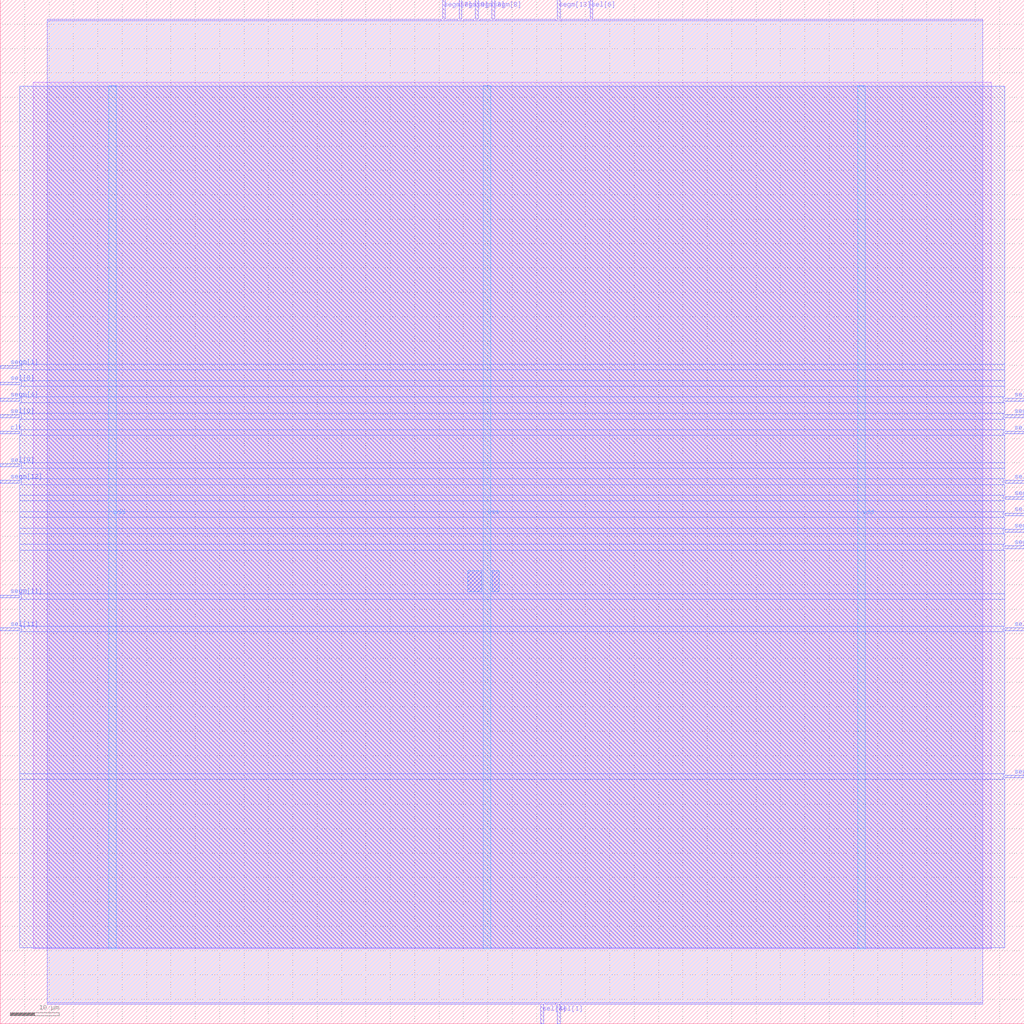
<source format=lef>
VERSION 5.7 ;
  NOWIREEXTENSIONATPIN ON ;
  DIVIDERCHAR "/" ;
  BUSBITCHARS "[]" ;
MACRO ita41
  CLASS BLOCK ;
  FOREIGN ita41 ;
  ORIGIN 0.000 0.000 ;
  SIZE 210.000 BY 210.000 ;
  PIN clk
    DIRECTION INPUT ;
    USE SIGNAL ;
    ANTENNAGATEAREA 4.738000 ;
    ANTENNADIFFAREA 0.410400 ;
    PORT
      LAYER Metal3 ;
        RECT 0.000 120.960 4.000 121.520 ;
    END
  END clk
  PIN segm[0]
    DIRECTION OUTPUT TRISTATE ;
    USE SIGNAL ;
    ANTENNADIFFAREA 0.360800 ;
    PORT
      LAYER Metal3 ;
        RECT 206.000 50.400 210.000 50.960 ;
    END
  END segm[0]
  PIN segm[10]
    DIRECTION OUTPUT TRISTATE ;
    USE SIGNAL ;
    ANTENNADIFFAREA 4.731200 ;
    PORT
      LAYER Metal3 ;
        RECT 206.000 97.440 210.000 98.000 ;
    END
  END segm[10]
  PIN segm[11]
    DIRECTION OUTPUT TRISTATE ;
    USE SIGNAL ;
    ANTENNADIFFAREA 4.731200 ;
    PORT
      LAYER Metal3 ;
        RECT 0.000 87.360 4.000 87.920 ;
    END
  END segm[11]
  PIN segm[12]
    DIRECTION OUTPUT TRISTATE ;
    USE SIGNAL ;
    ANTENNADIFFAREA 4.731200 ;
    PORT
      LAYER Metal3 ;
        RECT 0.000 110.880 4.000 111.440 ;
    END
  END segm[12]
  PIN segm[13]
    DIRECTION OUTPUT TRISTATE ;
    USE SIGNAL ;
    ANTENNADIFFAREA 4.731200 ;
    PORT
      LAYER Metal2 ;
        RECT 114.240 206.000 114.800 210.000 ;
    END
  END segm[13]
  PIN segm[1]
    DIRECTION OUTPUT TRISTATE ;
    USE SIGNAL ;
    ANTENNADIFFAREA 4.731200 ;
    PORT
      LAYER Metal3 ;
        RECT 0.000 134.400 4.000 134.960 ;
    END
  END segm[1]
  PIN segm[2]
    DIRECTION OUTPUT TRISTATE ;
    USE SIGNAL ;
    ANTENNADIFFAREA 4.731200 ;
    PORT
      LAYER Metal3 ;
        RECT 206.000 107.520 210.000 108.080 ;
    END
  END segm[2]
  PIN segm[3]
    DIRECTION OUTPUT TRISTATE ;
    USE SIGNAL ;
    ANTENNADIFFAREA 0.360800 ;
    PORT
      LAYER Metal2 ;
        RECT 97.440 206.000 98.000 210.000 ;
    END
  END segm[3]
  PIN segm[4]
    DIRECTION OUTPUT TRISTATE ;
    USE SIGNAL ;
    ANTENNADIFFAREA 4.731200 ;
    PORT
      LAYER Metal3 ;
        RECT 0.000 127.680 4.000 128.240 ;
    END
  END segm[4]
  PIN segm[5]
    DIRECTION OUTPUT TRISTATE ;
    USE SIGNAL ;
    ANTENNADIFFAREA 4.731200 ;
    PORT
      LAYER Metal3 ;
        RECT 206.000 100.800 210.000 101.360 ;
    END
  END segm[5]
  PIN segm[6]
    DIRECTION OUTPUT TRISTATE ;
    USE SIGNAL ;
    ANTENNADIFFAREA 4.731200 ;
    PORT
      LAYER Metal3 ;
        RECT 206.000 124.320 210.000 124.880 ;
    END
  END segm[6]
  PIN segm[7]
    DIRECTION OUTPUT TRISTATE ;
    USE SIGNAL ;
    ANTENNADIFFAREA 4.731200 ;
    PORT
      LAYER Metal2 ;
        RECT 90.720 206.000 91.280 210.000 ;
    END
  END segm[7]
  PIN segm[8]
    DIRECTION OUTPUT TRISTATE ;
    USE SIGNAL ;
    ANTENNADIFFAREA 4.731200 ;
    PORT
      LAYER Metal2 ;
        RECT 100.800 206.000 101.360 210.000 ;
    END
  END segm[8]
  PIN segm[9]
    DIRECTION OUTPUT TRISTATE ;
    USE SIGNAL ;
    ANTENNADIFFAREA 4.731200 ;
    PORT
      LAYER Metal2 ;
        RECT 94.080 206.000 94.640 210.000 ;
    END
  END segm[9]
  PIN sel[0]
    DIRECTION OUTPUT TRISTATE ;
    USE SIGNAL ;
    ANTENNADIFFAREA 4.731200 ;
    PORT
      LAYER Metal3 ;
        RECT 0.000 124.320 4.000 124.880 ;
    END
  END sel[0]
  PIN sel[10]
    DIRECTION OUTPUT TRISTATE ;
    USE SIGNAL ;
    ANTENNADIFFAREA 4.731200 ;
    PORT
      LAYER Metal3 ;
        RECT 206.000 110.880 210.000 111.440 ;
    END
  END sel[10]
  PIN sel[11]
    DIRECTION OUTPUT TRISTATE ;
    USE SIGNAL ;
    ANTENNADIFFAREA 4.731200 ;
    PORT
      LAYER Metal3 ;
        RECT 0.000 80.640 4.000 81.200 ;
    END
  END sel[11]
  PIN sel[1]
    DIRECTION OUTPUT TRISTATE ;
    USE SIGNAL ;
    ANTENNADIFFAREA 4.731200 ;
    PORT
      LAYER Metal2 ;
        RECT 114.240 0.000 114.800 4.000 ;
    END
  END sel[1]
  PIN sel[2]
    DIRECTION OUTPUT TRISTATE ;
    USE SIGNAL ;
    ANTENNADIFFAREA 4.731200 ;
    PORT
      LAYER Metal3 ;
        RECT 206.000 120.960 210.000 121.520 ;
    END
  END sel[2]
  PIN sel[3]
    DIRECTION OUTPUT TRISTATE ;
    USE SIGNAL ;
    ANTENNADIFFAREA 4.731200 ;
    PORT
      LAYER Metal2 ;
        RECT 110.880 0.000 111.440 4.000 ;
    END
  END sel[3]
  PIN sel[4]
    DIRECTION OUTPUT TRISTATE ;
    USE SIGNAL ;
    ANTENNADIFFAREA 4.731200 ;
    PORT
      LAYER Metal3 ;
        RECT 206.000 104.160 210.000 104.720 ;
    END
  END sel[4]
  PIN sel[5]
    DIRECTION OUTPUT TRISTATE ;
    USE SIGNAL ;
    ANTENNADIFFAREA 4.731200 ;
    PORT
      LAYER Metal3 ;
        RECT 206.000 80.640 210.000 81.200 ;
    END
  END sel[5]
  PIN sel[6]
    DIRECTION OUTPUT TRISTATE ;
    USE SIGNAL ;
    ANTENNADIFFAREA 4.731200 ;
    PORT
      LAYER Metal2 ;
        RECT 120.960 206.000 121.520 210.000 ;
    END
  END sel[6]
  PIN sel[7]
    DIRECTION OUTPUT TRISTATE ;
    USE SIGNAL ;
    ANTENNADIFFAREA 4.731200 ;
    PORT
      LAYER Metal3 ;
        RECT 206.000 127.680 210.000 128.240 ;
    END
  END sel[7]
  PIN sel[8]
    DIRECTION OUTPUT TRISTATE ;
    USE SIGNAL ;
    ANTENNADIFFAREA 4.731200 ;
    PORT
      LAYER Metal3 ;
        RECT 0.000 131.040 4.000 131.600 ;
    END
  END sel[8]
  PIN sel[9]
    DIRECTION OUTPUT TRISTATE ;
    USE SIGNAL ;
    ANTENNADIFFAREA 4.731200 ;
    PORT
      LAYER Metal3 ;
        RECT 0.000 114.240 4.000 114.800 ;
    END
  END sel[9]
  PIN vdd
    DIRECTION INOUT ;
    USE POWER ;
    PORT
      LAYER Metal4 ;
        RECT 22.240 15.380 23.840 192.380 ;
    END
    PORT
      LAYER Metal4 ;
        RECT 175.840 15.380 177.440 192.380 ;
    END
  END vdd
  PIN vss
    DIRECTION INOUT ;
    USE GROUND ;
    PORT
      LAYER Metal4 ;
        RECT 99.040 15.380 100.640 192.380 ;
    END
  END vss
  OBS
      LAYER Metal1 ;
        RECT 6.720 15.380 203.280 193.050 ;
      LAYER Metal2 ;
        RECT 9.660 205.700 90.420 206.000 ;
        RECT 91.580 205.700 93.780 206.000 ;
        RECT 94.940 205.700 97.140 206.000 ;
        RECT 98.300 205.700 100.500 206.000 ;
        RECT 101.660 205.700 113.940 206.000 ;
        RECT 115.100 205.700 120.660 206.000 ;
        RECT 121.820 205.700 201.460 206.000 ;
        RECT 9.660 4.300 201.460 205.700 ;
        RECT 9.660 4.000 110.580 4.300 ;
        RECT 111.740 4.000 113.940 4.300 ;
        RECT 115.100 4.000 201.460 4.300 ;
      LAYER Metal3 ;
        RECT 4.000 135.260 206.000 192.220 ;
        RECT 4.300 134.100 206.000 135.260 ;
        RECT 4.000 131.900 206.000 134.100 ;
        RECT 4.300 130.740 206.000 131.900 ;
        RECT 4.000 128.540 206.000 130.740 ;
        RECT 4.300 127.380 205.700 128.540 ;
        RECT 4.000 125.180 206.000 127.380 ;
        RECT 4.300 124.020 205.700 125.180 ;
        RECT 4.000 121.820 206.000 124.020 ;
        RECT 4.300 120.660 205.700 121.820 ;
        RECT 4.000 115.100 206.000 120.660 ;
        RECT 4.300 113.940 206.000 115.100 ;
        RECT 4.000 111.740 206.000 113.940 ;
        RECT 4.300 110.580 205.700 111.740 ;
        RECT 4.000 108.380 206.000 110.580 ;
        RECT 4.000 107.220 205.700 108.380 ;
        RECT 4.000 105.020 206.000 107.220 ;
        RECT 4.000 103.860 205.700 105.020 ;
        RECT 4.000 101.660 206.000 103.860 ;
        RECT 4.000 100.500 205.700 101.660 ;
        RECT 4.000 98.300 206.000 100.500 ;
        RECT 4.000 97.140 205.700 98.300 ;
        RECT 4.000 88.220 206.000 97.140 ;
        RECT 4.300 87.060 206.000 88.220 ;
        RECT 4.000 81.500 206.000 87.060 ;
        RECT 4.300 80.340 205.700 81.500 ;
        RECT 4.000 51.260 206.000 80.340 ;
        RECT 4.000 50.100 205.700 51.260 ;
        RECT 4.000 15.540 206.000 50.100 ;
      LAYER Metal4 ;
        RECT 95.900 88.570 98.740 92.870 ;
        RECT 100.940 88.570 102.340 92.870 ;
  END
END ita41
END LIBRARY


</source>
